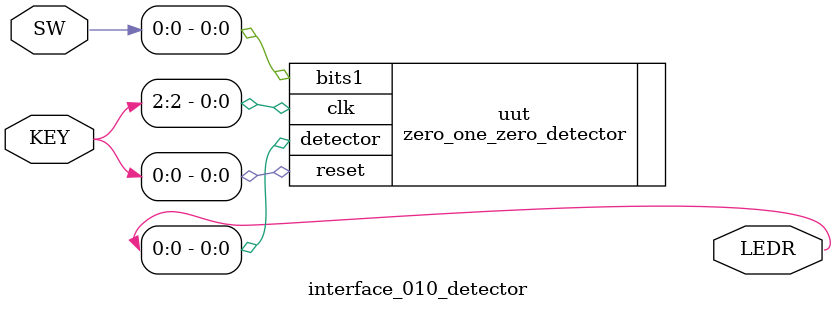
<source format=v>
module interface_010_detector(KEY,LEDR,SW);
//input CLOCK_50;
input [2:0]KEY;
input  [1:0]SW;
output [1:0]LEDR;




 zero_one_zero_detector uut(.clk(KEY[2]), .bits1(SW[0]), .reset(KEY[0]), .detector(LEDR[0]));
 
 
 endmodule
</source>
